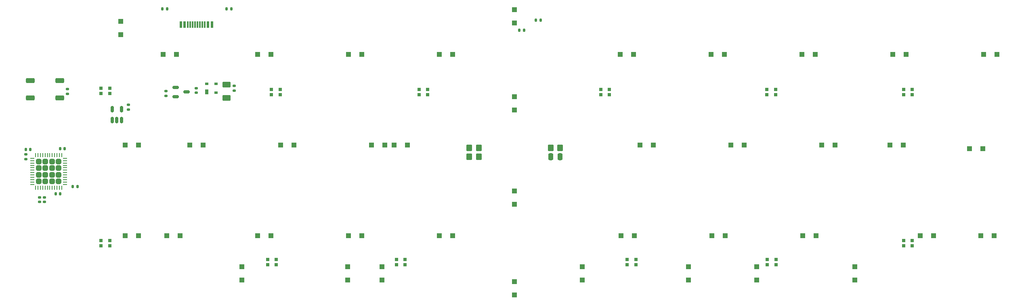
<source format=gbr>
%TF.GenerationSoftware,KiCad,Pcbnew,(7.0.0)*%
%TF.CreationDate,2024-01-31T23:32:52+01:00*%
%TF.ProjectId,universal vault v2,756e6976-6572-4736-916c-207661756c74,rev?*%
%TF.SameCoordinates,Original*%
%TF.FileFunction,Paste,Bot*%
%TF.FilePolarity,Positive*%
%FSLAX46Y46*%
G04 Gerber Fmt 4.6, Leading zero omitted, Abs format (unit mm)*
G04 Created by KiCad (PCBNEW (7.0.0)) date 2024-01-31 23:32:52*
%MOMM*%
%LPD*%
G01*
G04 APERTURE LIST*
G04 Aperture macros list*
%AMRoundRect*
0 Rectangle with rounded corners*
0 $1 Rounding radius*
0 $2 $3 $4 $5 $6 $7 $8 $9 X,Y pos of 4 corners*
0 Add a 4 corners polygon primitive as box body*
4,1,4,$2,$3,$4,$5,$6,$7,$8,$9,$2,$3,0*
0 Add four circle primitives for the rounded corners*
1,1,$1+$1,$2,$3*
1,1,$1+$1,$4,$5*
1,1,$1+$1,$6,$7*
1,1,$1+$1,$8,$9*
0 Add four rect primitives between the rounded corners*
20,1,$1+$1,$2,$3,$4,$5,0*
20,1,$1+$1,$4,$5,$6,$7,0*
20,1,$1+$1,$6,$7,$8,$9,0*
20,1,$1+$1,$8,$9,$2,$3,0*%
G04 Aperture macros list end*
%ADD10RoundRect,0.105000X0.245000X0.245000X-0.245000X0.245000X-0.245000X-0.245000X0.245000X-0.245000X0*%
%ADD11RoundRect,0.250000X-0.300000X0.300000X-0.300000X-0.300000X0.300000X-0.300000X0.300000X0.300000X0*%
%ADD12RoundRect,0.250000X0.300000X0.300000X-0.300000X0.300000X-0.300000X-0.300000X0.300000X-0.300000X0*%
%ADD13RoundRect,0.250000X0.300000X-0.300000X0.300000X0.300000X-0.300000X0.300000X-0.300000X-0.300000X0*%
%ADD14RoundRect,0.105000X-0.245000X-0.245000X0.245000X-0.245000X0.245000X0.245000X-0.245000X0.245000X0*%
%ADD15RoundRect,0.140000X-0.170000X0.140000X-0.170000X-0.140000X0.170000X-0.140000X0.170000X0.140000X0*%
%ADD16RoundRect,0.135000X0.185000X-0.135000X0.185000X0.135000X-0.185000X0.135000X-0.185000X-0.135000X0*%
%ADD17RoundRect,0.150000X0.150000X-0.512500X0.150000X0.512500X-0.150000X0.512500X-0.150000X-0.512500X0*%
%ADD18RoundRect,0.140000X-0.140000X-0.170000X0.140000X-0.170000X0.140000X0.170000X-0.140000X0.170000X0*%
%ADD19RoundRect,0.250000X-0.300000X-0.300000X0.300000X-0.300000X0.300000X0.300000X-0.300000X0.300000X0*%
%ADD20RoundRect,0.135000X0.135000X0.185000X-0.135000X0.185000X-0.135000X-0.185000X0.135000X-0.185000X0*%
%ADD21RoundRect,0.140000X0.140000X0.170000X-0.140000X0.170000X-0.140000X-0.170000X0.140000X-0.170000X0*%
%ADD22RoundRect,0.275000X0.625000X0.275000X-0.625000X0.275000X-0.625000X-0.275000X0.625000X-0.275000X0*%
%ADD23RoundRect,0.250000X0.625000X-0.375000X0.625000X0.375000X-0.625000X0.375000X-0.625000X-0.375000X0*%
%ADD24RoundRect,0.150000X-0.512500X-0.150000X0.512500X-0.150000X0.512500X0.150000X-0.512500X0.150000X0*%
%ADD25RoundRect,0.135000X-0.135000X-0.185000X0.135000X-0.185000X0.135000X0.185000X-0.135000X0.185000X0*%
%ADD26RoundRect,0.250000X0.350000X0.450000X-0.350000X0.450000X-0.350000X-0.450000X0.350000X-0.450000X0*%
%ADD27RoundRect,0.250000X-0.350000X-0.450000X0.350000X-0.450000X0.350000X0.450000X-0.350000X0.450000X0*%
%ADD28RoundRect,0.140000X0.170000X-0.140000X0.170000X0.140000X-0.170000X0.140000X-0.170000X-0.140000X0*%
%ADD29RoundRect,0.250000X0.250000X0.475000X-0.250000X0.475000X-0.250000X-0.475000X0.250000X-0.475000X0*%
%ADD30R,0.600000X1.450000*%
%ADD31R,0.300000X1.450000*%
%ADD32R,0.700000X1.000000*%
%ADD33R,0.700000X0.600000*%
%ADD34RoundRect,0.250000X0.315000X-0.315000X0.315000X0.315000X-0.315000X0.315000X-0.315000X-0.315000X0*%
%ADD35RoundRect,0.062500X0.062500X-0.375000X0.062500X0.375000X-0.062500X0.375000X-0.062500X-0.375000X0*%
%ADD36RoundRect,0.062500X0.375000X-0.062500X0.375000X0.062500X-0.375000X0.062500X-0.375000X-0.062500X0*%
G04 APERTURE END LIST*
D10*
%TO.C,LED1*%
X19965000Y57150000D03*
X19965000Y56050000D03*
X18135000Y56050000D03*
X18135000Y57150000D03*
%TD*%
%TO.C,LED6*%
X188240000Y56906250D03*
X188240000Y55806250D03*
X186410000Y55806250D03*
X186410000Y56906250D03*
%TD*%
D11*
%TO.C,D_SPACE34*%
X47625000Y19656250D03*
X47625000Y16856250D03*
%TD*%
D12*
%TO.C,D_SPACE5*%
X91887500Y64293750D03*
X89087500Y64293750D03*
%TD*%
D13*
%TO.C,D_SPACE1*%
X22225000Y68450000D03*
X22225000Y71250000D03*
%TD*%
D14*
%TO.C,LED11*%
X53060000Y20087500D03*
X53060000Y21187500D03*
X54890000Y21187500D03*
X54890000Y20087500D03*
%TD*%
D15*
%TO.C,C7*%
X6285671Y34243940D03*
X6285671Y33283940D03*
%TD*%
D12*
%TO.C,D_SPACE32*%
X192693750Y26193750D03*
X189893750Y26193750D03*
%TD*%
D16*
%TO.C,R1*%
X11112500Y55930000D03*
X11112500Y56950000D03*
%TD*%
D17*
%TO.C,U3*%
X22381250Y50456250D03*
X21431250Y50456250D03*
X20481250Y50456250D03*
X20481250Y52731250D03*
X22381250Y52731250D03*
%TD*%
D11*
%TO.C,D_SPACE36*%
X76993750Y19656250D03*
X76993750Y16856250D03*
%TD*%
D18*
%TO.C,C4*%
X12220000Y36512500D03*
X13180000Y36512500D03*
%TD*%
D14*
%TO.C,LED12*%
X18135000Y24056250D03*
X18135000Y25156250D03*
X19965000Y25156250D03*
X19965000Y24056250D03*
%TD*%
D10*
%TO.C,LED5*%
X159543750Y56906250D03*
X159543750Y55806250D03*
X157713750Y55806250D03*
X157713750Y56906250D03*
%TD*%
D14*
%TO.C,LED7*%
X186410000Y24056250D03*
X186410000Y25156250D03*
X188240000Y25156250D03*
X188240000Y24056250D03*
%TD*%
%TO.C,LED8*%
X157835000Y20087500D03*
X157835000Y21187500D03*
X159665000Y21187500D03*
X159665000Y20087500D03*
%TD*%
D11*
%TO.C,D_SPACE38*%
X141287500Y19656250D03*
X141287500Y16856250D03*
%TD*%
D12*
%TO.C,D_SPACE25*%
X53787500Y26193750D03*
X50987500Y26193750D03*
%TD*%
%TO.C,D_SPACE18*%
X133956250Y45243750D03*
X131156250Y45243750D03*
%TD*%
%TO.C,D_SPACE9*%
X167900000Y64293750D03*
X165100000Y64293750D03*
%TD*%
%TO.C,D_SPACE13*%
X39501094Y45243750D03*
X36701094Y45243750D03*
%TD*%
D15*
%TO.C,C2*%
X2381250Y43228750D03*
X2381250Y42268750D03*
%TD*%
D11*
%TO.C,D_SPACE35*%
X69850000Y19656250D03*
X69850000Y16856250D03*
%TD*%
D12*
%TO.C,D_SPACE12*%
X26006250Y45243750D03*
X23206250Y45243750D03*
%TD*%
%TO.C,D_SPACE29*%
X129987500Y26193750D03*
X127187500Y26193750D03*
%TD*%
D15*
%TO.C,C10*%
X31750000Y56522500D03*
X31750000Y55562500D03*
%TD*%
D12*
%TO.C,D_SPACE2*%
X33943750Y64293750D03*
X31143750Y64293750D03*
%TD*%
D15*
%TO.C,C8*%
X38100000Y57150000D03*
X38100000Y56190000D03*
%TD*%
D14*
%TO.C,LED9*%
X128466250Y20087500D03*
X128466250Y21187500D03*
X130296250Y21187500D03*
X130296250Y20087500D03*
%TD*%
D12*
%TO.C,D_SPACE20*%
X172028825Y45243750D03*
X169228825Y45243750D03*
%TD*%
%TO.C,D_SPACE24*%
X34737500Y26193750D03*
X31937500Y26193750D03*
%TD*%
D10*
%TO.C,LED2*%
X55683750Y56906250D03*
X55683750Y55806250D03*
X53853750Y55806250D03*
X53853750Y56906250D03*
%TD*%
D12*
%TO.C,D_SPACE21*%
X186343750Y45243750D03*
X183543750Y45243750D03*
%TD*%
%TO.C,D_SPACE15*%
X77600000Y45243750D03*
X74800000Y45243750D03*
%TD*%
%TO.C,D_SPACE26*%
X72837500Y26193750D03*
X70037500Y26193750D03*
%TD*%
D19*
%TO.C,D_SPACE16*%
X79562500Y45243750D03*
X82362500Y45243750D03*
%TD*%
D12*
%TO.C,D_SPACE14*%
X58550000Y45243750D03*
X55750000Y45243750D03*
%TD*%
D10*
%TO.C,LED4*%
X124740000Y56906250D03*
X124740000Y55806250D03*
X122910000Y55806250D03*
X122910000Y56906250D03*
%TD*%
D20*
%TO.C,R2*%
X31976250Y73818750D03*
X30956250Y73818750D03*
%TD*%
D12*
%TO.C,D_SPACE30*%
X149037500Y26193750D03*
X146237500Y26193750D03*
%TD*%
D14*
%TO.C,LED10*%
X80047500Y20087500D03*
X80047500Y21187500D03*
X81877500Y21187500D03*
X81877500Y20087500D03*
%TD*%
D21*
%TO.C,C1*%
X10485000Y44450000D03*
X9525000Y44450000D03*
%TD*%
D12*
%TO.C,D_SPACE4*%
X72837500Y64293750D03*
X70037500Y64293750D03*
%TD*%
D18*
%TO.C,C6*%
X2331723Y44285198D03*
X3291723Y44285198D03*
%TD*%
D12*
%TO.C,D_SPACE11*%
X206000000Y64293750D03*
X203200000Y64293750D03*
%TD*%
D21*
%TO.C,C5*%
X9552493Y34989999D03*
X8592493Y34989999D03*
%TD*%
D22*
%TO.C,SW4*%
X9450000Y58800000D03*
X3250000Y58800000D03*
X9450000Y55100000D03*
X3250000Y55100000D03*
%TD*%
D23*
%TO.C,F2*%
X44450000Y55143750D03*
X44450000Y57943750D03*
%TD*%
D24*
%TO.C,U2*%
X33787500Y55406250D03*
X33787500Y57306250D03*
X36062500Y56356250D03*
%TD*%
D25*
%TO.C,R4*%
X109311250Y71437500D03*
X110331250Y71437500D03*
%TD*%
D12*
%TO.C,D_SPACE10*%
X186950000Y64293750D03*
X184150000Y64293750D03*
%TD*%
D11*
%TO.C,D_SPACE40*%
X176212500Y19656250D03*
X176212500Y16856250D03*
%TD*%
D10*
%TO.C,LED3*%
X86640000Y56906250D03*
X86640000Y55806250D03*
X84810000Y55806250D03*
X84810000Y56906250D03*
%TD*%
D12*
%TO.C,D_SPACE8*%
X148850000Y64293750D03*
X146050000Y64293750D03*
%TD*%
D11*
%TO.C,D_SPACE39*%
X155575000Y19656250D03*
X155575000Y16856250D03*
%TD*%
D12*
%TO.C,D_SPACE3*%
X53787500Y64293750D03*
X50987500Y64293750D03*
%TD*%
D26*
%TO.C,UR2*%
X97341660Y44650000D03*
X95341660Y44650000D03*
%TD*%
D12*
%TO.C,D_SPACE27*%
X91887500Y26193750D03*
X89087500Y26193750D03*
%TD*%
D19*
%TO.C,D_SPACE23*%
X23206250Y26193750D03*
X26006250Y26193750D03*
%TD*%
D27*
%TO.C,UR1*%
X95341660Y42739866D03*
X97341660Y42739866D03*
%TD*%
D12*
%TO.C,D_SPACE31*%
X168087500Y26193750D03*
X165287500Y26193750D03*
%TD*%
%TO.C,D_SPACE7*%
X129800000Y64293750D03*
X127000000Y64293750D03*
%TD*%
D25*
%TO.C,R3*%
X44450000Y73818750D03*
X45470000Y73818750D03*
%TD*%
D28*
%TO.C,C9*%
X23835301Y52703642D03*
X23835301Y53663642D03*
%TD*%
D11*
%TO.C,D_SPACE17*%
X104775000Y55375000D03*
X104775000Y52575000D03*
%TD*%
D15*
%TO.C,C3*%
X5269395Y34237630D03*
X5269395Y33277630D03*
%TD*%
D11*
%TO.C,D_SPACE42*%
X119062500Y19656250D03*
X119062500Y16856250D03*
%TD*%
D29*
%TO.C,C12*%
X114356250Y42739866D03*
X112456250Y42739866D03*
%TD*%
D11*
%TO.C,D_SPACE37*%
X104775000Y16481250D03*
X104775000Y13681250D03*
%TD*%
D30*
%TO.C,J1*%
X34849999Y70567499D03*
X35649999Y70567499D03*
D31*
X36849999Y70567499D03*
X37849999Y70567499D03*
X38349999Y70567499D03*
X39349999Y70567499D03*
D30*
X40549999Y70567499D03*
X41349999Y70567499D03*
X41349999Y70567499D03*
X40549999Y70567499D03*
D31*
X39849999Y70567499D03*
X38849999Y70567499D03*
X37349999Y70567499D03*
X36349999Y70567499D03*
D30*
X35649999Y70567499D03*
X34849999Y70567499D03*
%TD*%
D19*
%TO.C,D_SPACE33*%
X202593750Y26193750D03*
X205393750Y26193750D03*
%TD*%
D13*
%TO.C,D_SPACE28*%
X104775000Y32731250D03*
X104775000Y35531250D03*
%TD*%
D32*
%TO.C,D1*%
X40274999Y56399999D03*
D33*
X40274999Y58099999D03*
X42274999Y58099999D03*
X42274999Y56199999D03*
%TD*%
D34*
%TO.C,U1*%
X5043750Y37587500D03*
X6443750Y37587500D03*
X7843750Y37587500D03*
X9243750Y37587500D03*
X5043750Y38987500D03*
X6443750Y38987500D03*
X7843750Y38987500D03*
X9243750Y38987500D03*
X5043750Y40387500D03*
X6443750Y40387500D03*
X7843750Y40387500D03*
X9243750Y40387500D03*
X5043750Y41787500D03*
X6443750Y41787500D03*
X7843750Y41787500D03*
X9243750Y41787500D03*
D35*
X9893750Y36250000D03*
X9393750Y36250000D03*
X8893750Y36250000D03*
X8393750Y36250000D03*
X7893750Y36250000D03*
X7393750Y36250000D03*
X6893750Y36250000D03*
X6393750Y36250000D03*
X5893750Y36250000D03*
X5393750Y36250000D03*
X4893750Y36250000D03*
X4393750Y36250000D03*
D36*
X3706250Y36937500D03*
X3706250Y37437500D03*
X3706250Y37937500D03*
X3706250Y38437500D03*
X3706250Y38937500D03*
X3706250Y39437500D03*
X3706250Y39937500D03*
X3706250Y40437500D03*
X3706250Y40937500D03*
X3706250Y41437500D03*
X3706250Y41937500D03*
X3706250Y42437500D03*
D35*
X4393750Y43125000D03*
X4893750Y43125000D03*
X5393750Y43125000D03*
X5893750Y43125000D03*
X6393750Y43125000D03*
X6893750Y43125000D03*
X7393750Y43125000D03*
X7893750Y43125000D03*
X8393750Y43125000D03*
X8893750Y43125000D03*
X9393750Y43125000D03*
X9893750Y43125000D03*
D36*
X10581250Y42437500D03*
X10581250Y41937500D03*
X10581250Y41437500D03*
X10581250Y40937500D03*
X10581250Y40437500D03*
X10581250Y39937500D03*
X10581250Y39437500D03*
X10581250Y38937500D03*
X10581250Y38437500D03*
X10581250Y37937500D03*
X10581250Y37437500D03*
X10581250Y36937500D03*
%TD*%
D27*
%TO.C,UR3*%
X112406250Y44650000D03*
X114406250Y44650000D03*
%TD*%
D20*
%TO.C,R5*%
X106872500Y69340000D03*
X105852500Y69340000D03*
%TD*%
D12*
%TO.C,D_SPACE19*%
X152998438Y45243750D03*
X150198438Y45243750D03*
%TD*%
D19*
%TO.C,D_SPACE22*%
X200212500Y44450000D03*
X203012500Y44450000D03*
%TD*%
D28*
%TO.C,C11*%
X46037500Y56670000D03*
X46037500Y57630000D03*
%TD*%
D13*
%TO.C,D_SPACE6*%
X104775000Y70831250D03*
X104775000Y73631250D03*
%TD*%
M02*

</source>
